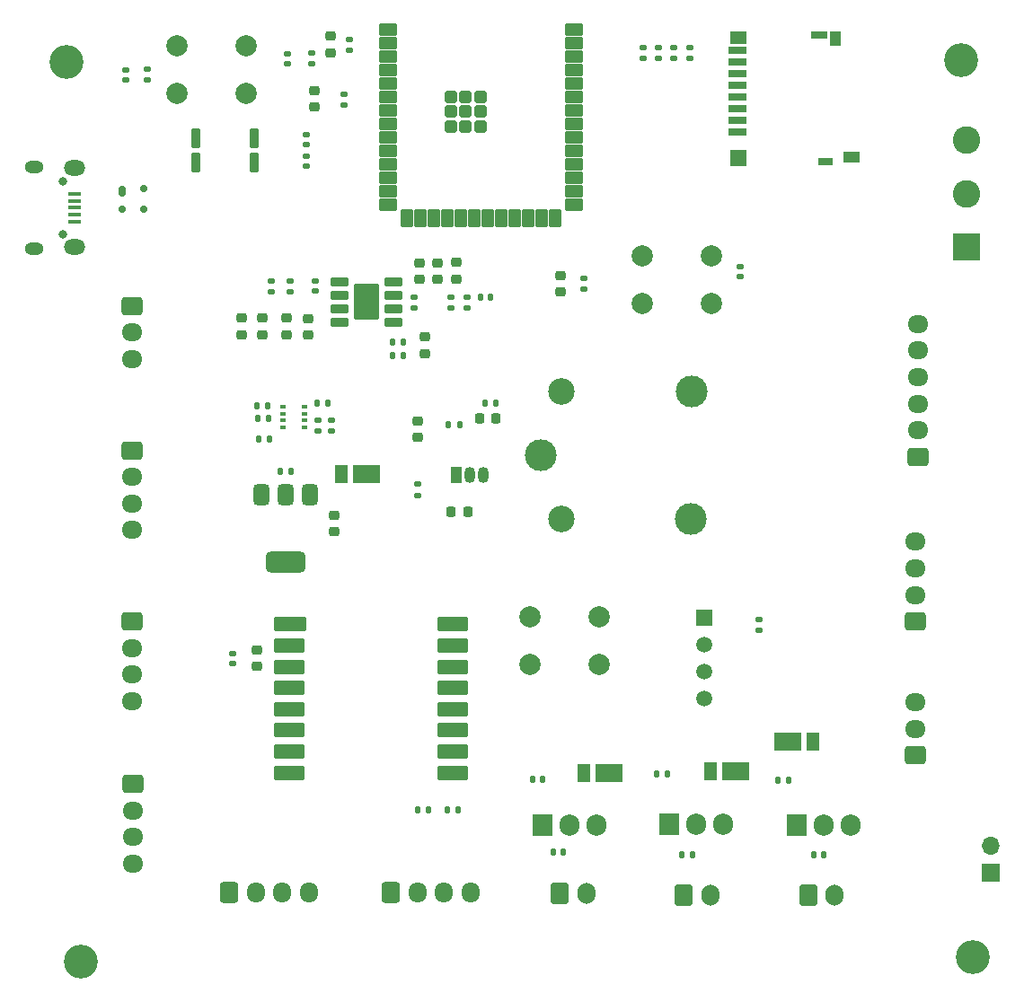
<source format=gbr>
%TF.GenerationSoftware,KiCad,Pcbnew,8.0.7*%
%TF.CreationDate,2025-02-15T14:18:59+03:00*%
%TF.ProjectId,IoT Edge Device V1,496f5420-4564-4676-9520-446576696365,rev?*%
%TF.SameCoordinates,Original*%
%TF.FileFunction,Soldermask,Top*%
%TF.FilePolarity,Negative*%
%FSLAX46Y46*%
G04 Gerber Fmt 4.6, Leading zero omitted, Abs format (unit mm)*
G04 Created by KiCad (PCBNEW 8.0.7) date 2025-02-15 14:18:59*
%MOMM*%
%LPD*%
G01*
G04 APERTURE LIST*
G04 Aperture macros list*
%AMRoundRect*
0 Rectangle with rounded corners*
0 $1 Rounding radius*
0 $2 $3 $4 $5 $6 $7 $8 $9 X,Y pos of 4 corners*
0 Add a 4 corners polygon primitive as box body*
4,1,4,$2,$3,$4,$5,$6,$7,$8,$9,$2,$3,0*
0 Add four circle primitives for the rounded corners*
1,1,$1+$1,$2,$3*
1,1,$1+$1,$4,$5*
1,1,$1+$1,$6,$7*
1,1,$1+$1,$8,$9*
0 Add four rect primitives between the rounded corners*
20,1,$1+$1,$2,$3,$4,$5,0*
20,1,$1+$1,$4,$5,$6,$7,0*
20,1,$1+$1,$6,$7,$8,$9,0*
20,1,$1+$1,$8,$9,$2,$3,0*%
G04 Aperture macros list end*
%ADD10RoundRect,0.140000X0.170000X-0.140000X0.170000X0.140000X-0.170000X0.140000X-0.170000X-0.140000X0*%
%ADD11RoundRect,0.218750X0.256250X-0.218750X0.256250X0.218750X-0.256250X0.218750X-0.256250X-0.218750X0*%
%ADD12RoundRect,0.135000X0.135000X0.185000X-0.135000X0.185000X-0.135000X-0.185000X0.135000X-0.185000X0*%
%ADD13RoundRect,0.102000X0.525000X0.750000X-0.525000X0.750000X-0.525000X-0.750000X0.525000X-0.750000X0*%
%ADD14RoundRect,0.102000X1.200000X0.750000X-1.200000X0.750000X-1.200000X-0.750000X1.200000X-0.750000X0*%
%ADD15RoundRect,0.140000X-0.140000X-0.170000X0.140000X-0.170000X0.140000X0.170000X-0.140000X0.170000X0*%
%ADD16RoundRect,0.218750X-0.256250X0.218750X-0.256250X-0.218750X0.256250X-0.218750X0.256250X0.218750X0*%
%ADD17C,3.200000*%
%ADD18RoundRect,0.250000X0.725000X-0.600000X0.725000X0.600000X-0.725000X0.600000X-0.725000X-0.600000X0*%
%ADD19O,1.950000X1.700000*%
%ADD20R,1.050000X1.500000*%
%ADD21O,1.050000X1.500000*%
%ADD22R,2.600000X2.600000*%
%ADD23C,2.600000*%
%ADD24RoundRect,0.102000X-0.750000X-0.450000X0.750000X-0.450000X0.750000X0.450000X-0.750000X0.450000X0*%
%ADD25RoundRect,0.102000X-0.450000X-0.750000X0.450000X-0.750000X0.450000X0.750000X-0.450000X0.750000X0*%
%ADD26RoundRect,0.102000X-0.450000X-0.450000X0.450000X-0.450000X0.450000X0.450000X-0.450000X0.450000X0*%
%ADD27RoundRect,0.102000X-1.400000X-0.550000X1.400000X-0.550000X1.400000X0.550000X-1.400000X0.550000X0*%
%ADD28RoundRect,0.102000X-1.300000X-0.550000X1.300000X-0.550000X1.300000X0.550000X-1.300000X0.550000X0*%
%ADD29RoundRect,0.140000X0.140000X0.170000X-0.140000X0.170000X-0.140000X-0.170000X0.140000X-0.170000X0*%
%ADD30O,0.800000X0.800000*%
%ADD31R,1.300000X0.450000*%
%ADD32O,1.800000X1.150000*%
%ADD33O,2.000000X1.450000*%
%ADD34RoundRect,0.250000X-0.600000X-0.750000X0.600000X-0.750000X0.600000X0.750000X-0.600000X0.750000X0*%
%ADD35O,1.700000X2.000000*%
%ADD36RoundRect,0.140000X-0.170000X0.140000X-0.170000X-0.140000X0.170000X-0.140000X0.170000X0.140000X0*%
%ADD37RoundRect,0.218750X-0.218750X-0.256250X0.218750X-0.256250X0.218750X0.256250X-0.218750X0.256250X0*%
%ADD38C,2.000000*%
%ADD39RoundRect,0.225000X-0.250000X0.225000X-0.250000X-0.225000X0.250000X-0.225000X0.250000X0.225000X0*%
%ADD40R,1.905000X2.000000*%
%ADD41O,1.905000X2.000000*%
%ADD42RoundRect,0.135000X0.185000X-0.135000X0.185000X0.135000X-0.185000X0.135000X-0.185000X-0.135000X0*%
%ADD43RoundRect,0.250000X-0.725000X0.600000X-0.725000X-0.600000X0.725000X-0.600000X0.725000X0.600000X0*%
%ADD44RoundRect,0.135000X-0.135000X-0.185000X0.135000X-0.185000X0.135000X0.185000X-0.135000X0.185000X0*%
%ADD45RoundRect,0.225000X0.250000X-0.225000X0.250000X0.225000X-0.250000X0.225000X-0.250000X-0.225000X0*%
%ADD46RoundRect,0.135000X-0.185000X0.135000X-0.185000X-0.135000X0.185000X-0.135000X0.185000X0.135000X0*%
%ADD47C,3.000000*%
%ADD48C,2.500000*%
%ADD49RoundRect,0.147500X-0.172500X0.147500X-0.172500X-0.147500X0.172500X-0.147500X0.172500X0.147500X0*%
%ADD50R,0.500000X0.350000*%
%ADD51RoundRect,0.102000X0.350000X0.800000X-0.350000X0.800000X-0.350000X-0.800000X0.350000X-0.800000X0*%
%ADD52R,1.750000X0.700000*%
%ADD53R,1.000000X1.450000*%
%ADD54R,1.550000X1.000000*%
%ADD55R,1.500000X0.800000*%
%ADD56R,1.500000X1.300000*%
%ADD57R,1.500000X1.500000*%
%ADD58R,1.400000X0.800000*%
%ADD59RoundRect,0.175000X-0.175000X-0.325000X0.175000X-0.325000X0.175000X0.325000X-0.175000X0.325000X0*%
%ADD60RoundRect,0.150000X-0.200000X-0.150000X0.200000X-0.150000X0.200000X0.150000X-0.200000X0.150000X0*%
%ADD61RoundRect,0.102000X-0.525000X-0.750000X0.525000X-0.750000X0.525000X0.750000X-0.525000X0.750000X0*%
%ADD62RoundRect,0.102000X-1.200000X-0.750000X1.200000X-0.750000X1.200000X0.750000X-1.200000X0.750000X0*%
%ADD63RoundRect,0.250000X-0.600000X-0.725000X0.600000X-0.725000X0.600000X0.725000X-0.600000X0.725000X0*%
%ADD64O,1.700000X1.950000*%
%ADD65R,1.700000X1.700000*%
%ADD66O,1.700000X1.700000*%
%ADD67RoundRect,0.375000X-0.375000X0.625000X-0.375000X-0.625000X0.375000X-0.625000X0.375000X0.625000X0*%
%ADD68RoundRect,0.500000X-1.400000X0.500000X-1.400000X-0.500000X1.400000X-0.500000X1.400000X0.500000X0*%
%ADD69RoundRect,0.233280X-0.631220X-0.198720X0.631220X-0.198720X0.631220X0.198720X-0.631220X0.198720X0*%
%ADD70RoundRect,0.102000X-1.105000X-1.550000X1.105000X-1.550000X1.105000X1.550000X-1.105000X1.550000X0*%
%ADD71C,1.500000*%
%ADD72RoundRect,0.218750X0.218750X0.256250X-0.218750X0.256250X-0.218750X-0.256250X0.218750X-0.256250X0*%
G04 APERTURE END LIST*
D10*
%TO.C,C17*%
X123264000Y-72175000D03*
X123264000Y-71215000D03*
%TD*%
D11*
%TO.C,D10*%
X120588000Y-76316500D03*
X120588000Y-74741500D03*
%TD*%
D12*
%TO.C,R19*%
X118822000Y-83024000D03*
X117802000Y-83024000D03*
%TD*%
D10*
%TO.C,C6*%
X122428000Y-58392000D03*
X122428000Y-57432000D03*
%TD*%
D13*
%TO.C,D5*%
X160527000Y-117475000D03*
D14*
X162902000Y-117475000D03*
%TD*%
D15*
%TO.C,C22*%
X138858000Y-72779000D03*
X139818000Y-72779000D03*
%TD*%
%TO.C,C4*%
X120029000Y-89228000D03*
X120989000Y-89228000D03*
%TD*%
D16*
%TO.C,D9*%
X118338000Y-74741500D03*
X118338000Y-76316500D03*
%TD*%
D17*
%TO.C,H1*%
X99822000Y-50546000D03*
%TD*%
D18*
%TO.C,J7*%
X179832000Y-103338000D03*
D19*
X179832000Y-100838000D03*
X179832000Y-98338000D03*
X179832000Y-95838000D03*
%TD*%
D20*
%TO.C,Q1*%
X136614000Y-89534000D03*
D21*
X137884000Y-89534000D03*
X139154000Y-89534000D03*
%TD*%
D22*
%TO.C,J16*%
X184709000Y-67992000D03*
D23*
X184709000Y-62992000D03*
X184709000Y-57992000D03*
%TD*%
D10*
%TO.C,C9*%
X105409500Y-52271500D03*
X105409500Y-51311500D03*
%TD*%
D24*
%TO.C,X1*%
X130187500Y-47547500D03*
X130187500Y-48817500D03*
X130187500Y-50087500D03*
X130187500Y-51357500D03*
X130187500Y-52627500D03*
X130187500Y-53897500D03*
X130187500Y-55167500D03*
X130187500Y-56437500D03*
X130187500Y-57707500D03*
X130187500Y-58977500D03*
X130187500Y-60247500D03*
X130187500Y-61517500D03*
X130187500Y-62787500D03*
X130187500Y-64057500D03*
D25*
X131952500Y-65307500D03*
X133222500Y-65307500D03*
X134492500Y-65307500D03*
X135762500Y-65307500D03*
X137032500Y-65307500D03*
X138302500Y-65307500D03*
X139572500Y-65307500D03*
X140842500Y-65307500D03*
X142112500Y-65307500D03*
X143382500Y-65307500D03*
X144652500Y-65307500D03*
X145922500Y-65307500D03*
D24*
X147687500Y-64057500D03*
X147687500Y-62787500D03*
X147687500Y-61517500D03*
X147687500Y-60247500D03*
X147687500Y-58977500D03*
X147687500Y-57707500D03*
X147687500Y-56437500D03*
X147687500Y-55167500D03*
X147687500Y-53897500D03*
X147687500Y-52627500D03*
X147687500Y-51357500D03*
X147687500Y-50087500D03*
X147687500Y-48817500D03*
X147687500Y-47547500D03*
D26*
X137437500Y-55267500D03*
X137437500Y-53867500D03*
X136037500Y-53867500D03*
X136037500Y-55267500D03*
X136037500Y-56667500D03*
X137437500Y-56667500D03*
X138837500Y-56667500D03*
X138837500Y-55267500D03*
X138837500Y-53867500D03*
%TD*%
D27*
%TO.C,U6*%
X120920500Y-103617000D03*
D28*
X120820500Y-105617000D03*
X120820500Y-107617000D03*
X120820500Y-109617000D03*
X120820500Y-111617000D03*
X120820500Y-113617000D03*
X120820500Y-115617000D03*
X120820500Y-117617000D03*
X136220500Y-117617000D03*
X136220500Y-115617000D03*
X136220500Y-113617000D03*
X136220500Y-111617000D03*
X136220500Y-109617000D03*
X136220500Y-107617000D03*
X136220500Y-105617000D03*
X136220500Y-103617000D03*
%TD*%
D17*
%TO.C,H2*%
X101219000Y-135382000D03*
%TD*%
D29*
%TO.C,C11*%
X144752000Y-118237000D03*
X143792000Y-118237000D03*
%TD*%
D30*
%TO.C,J1*%
X99525000Y-61835000D03*
X99525000Y-66835000D03*
D31*
X100625000Y-63035000D03*
X100625000Y-63685000D03*
X100625000Y-64335000D03*
X100625000Y-64985000D03*
X100625000Y-65635000D03*
D32*
X96775000Y-60460000D03*
D33*
X100575000Y-60610000D03*
X100575000Y-68060000D03*
D32*
X96775000Y-68210000D03*
%TD*%
D34*
%TO.C,J13*%
X169746000Y-129195000D03*
D35*
X172246000Y-129195000D03*
%TD*%
D36*
%TO.C,C8*%
X163322000Y-69850000D03*
X163322000Y-70810000D03*
%TD*%
D34*
%TO.C,J11*%
X146324000Y-129011000D03*
D35*
X148824000Y-129011000D03*
%TD*%
D29*
%TO.C,C13*%
X156464000Y-117729000D03*
X155504000Y-117729000D03*
%TD*%
D11*
%TO.C,D13*%
X123231500Y-54855500D03*
X123231500Y-53280500D03*
%TD*%
D37*
%TO.C,D16*%
X138746500Y-84224000D03*
X140321500Y-84224000D03*
%TD*%
D38*
%TO.C,SW1*%
X160603000Y-73370000D03*
X154103000Y-73370000D03*
X160603000Y-68870000D03*
X154103000Y-68870000D03*
%TD*%
D10*
%TO.C,C24*%
X115522500Y-107303000D03*
X115522500Y-106343000D03*
%TD*%
D39*
%TO.C,C20*%
X136588000Y-69504000D03*
X136588000Y-71054000D03*
%TD*%
D13*
%TO.C,D4*%
X148628000Y-117602000D03*
D14*
X151003000Y-117602000D03*
%TD*%
D18*
%TO.C,J2*%
X180086000Y-87804000D03*
D19*
X180086000Y-85304000D03*
X180086000Y-82804000D03*
X180086000Y-80304000D03*
X180086000Y-77804000D03*
X180086000Y-75304000D03*
%TD*%
D40*
%TO.C,U4*%
X168656000Y-122555000D03*
D41*
X171196000Y-122555000D03*
X173736000Y-122555000D03*
%TD*%
D42*
%TO.C,R17*%
X132969000Y-91440000D03*
X132969000Y-90420000D03*
%TD*%
D43*
%TO.C,J8*%
X106066000Y-118678000D03*
D19*
X106066000Y-121178000D03*
X106066000Y-123678000D03*
X106066000Y-126178000D03*
%TD*%
D42*
%TO.C,R6*%
X120888000Y-72234000D03*
X120888000Y-71214000D03*
%TD*%
D44*
%TO.C,R18*%
X135864000Y-84774000D03*
X136884000Y-84774000D03*
%TD*%
D45*
%TO.C,C1*%
X124706500Y-49700500D03*
X124706500Y-48150500D03*
%TD*%
D46*
%TO.C,R1*%
X148590000Y-70989000D03*
X148590000Y-72009000D03*
%TD*%
D47*
%TO.C,K1*%
X144535000Y-87630000D03*
D48*
X146485000Y-93680000D03*
D47*
X158685000Y-93680000D03*
X158735000Y-81630000D03*
D48*
X146485000Y-81680000D03*
%TD*%
D13*
%TO.C,D6*%
X125730000Y-89408000D03*
D14*
X128105000Y-89408000D03*
%TD*%
D46*
%TO.C,R12*%
X155662000Y-49257500D03*
X155662000Y-50277500D03*
%TD*%
D49*
%TO.C,L1*%
X132588000Y-72794000D03*
X132588000Y-73764000D03*
%TD*%
D15*
%TO.C,C12*%
X157878000Y-125349000D03*
X158838000Y-125349000D03*
%TD*%
D42*
%TO.C,R2*%
X122935500Y-50777500D03*
X122935500Y-49757500D03*
%TD*%
D50*
%TO.C,U8*%
X120260000Y-85049000D03*
X120260000Y-84399000D03*
X120260000Y-83749000D03*
X120260000Y-83099000D03*
X122310000Y-83099000D03*
X122310000Y-83749000D03*
X122310000Y-84399000D03*
X122310000Y-85049000D03*
%TD*%
D12*
%TO.C,R22*%
X124500000Y-82725000D03*
X123480000Y-82725000D03*
%TD*%
D45*
%TO.C,C23*%
X117772500Y-107598000D03*
X117772500Y-106048000D03*
%TD*%
D11*
%TO.C,D8*%
X116338000Y-76316500D03*
X116338000Y-74741500D03*
%TD*%
D38*
%TO.C,SW2*%
X110287500Y-49033500D03*
X116787500Y-49033500D03*
X110287500Y-53533500D03*
X116787500Y-53533500D03*
%TD*%
D16*
%TO.C,D14*%
X132984000Y-84424000D03*
X132984000Y-85999000D03*
%TD*%
D10*
%TO.C,C26*%
X124785000Y-85354000D03*
X124785000Y-84394000D03*
%TD*%
D43*
%TO.C,J4*%
X105999500Y-87212500D03*
D19*
X105999500Y-89712500D03*
X105999500Y-92212500D03*
X105999500Y-94712500D03*
%TD*%
D40*
%TO.C,U2*%
X144729000Y-122528000D03*
D41*
X147269000Y-122528000D03*
X149809000Y-122528000D03*
%TD*%
D46*
%TO.C,R3*%
X107441500Y-51281500D03*
X107441500Y-52301500D03*
%TD*%
D51*
%TO.C,Y1*%
X117558000Y-57778000D03*
X112058000Y-57778000D03*
X112058000Y-60078000D03*
X117558000Y-60078000D03*
%TD*%
D12*
%TO.C,R20*%
X118872000Y-84174000D03*
X117852000Y-84174000D03*
%TD*%
D36*
%TO.C,C16*%
X119110000Y-71272000D03*
X119110000Y-72232000D03*
%TD*%
D16*
%TO.C,D12*%
X133588000Y-76491500D03*
X133588000Y-78066500D03*
%TD*%
D52*
%TO.C,J15*%
X163052000Y-57202500D03*
X163052000Y-56102500D03*
X163052000Y-55002500D03*
X163052000Y-53902500D03*
X163052000Y-52802500D03*
X163052000Y-51702500D03*
X163052000Y-50602500D03*
X163052000Y-49502500D03*
D53*
X172277000Y-48377500D03*
D54*
X173852000Y-59602500D03*
D55*
X170777000Y-48052500D03*
D56*
X163177000Y-48302500D03*
D57*
X163177000Y-59652500D03*
D58*
X171427000Y-60002500D03*
%TD*%
D18*
%TO.C,J6*%
X179864000Y-115970000D03*
D19*
X179864000Y-113470000D03*
X179864000Y-110970000D03*
%TD*%
D10*
%TO.C,C25*%
X123535000Y-85354000D03*
X123535000Y-84394000D03*
%TD*%
D39*
%TO.C,C18*%
X133088000Y-69529000D03*
X133088000Y-71079000D03*
%TD*%
D12*
%TO.C,R5*%
X136792000Y-121155000D03*
X135772000Y-121155000D03*
%TD*%
D46*
%TO.C,R7*%
X137588000Y-72769000D03*
X137588000Y-73789000D03*
%TD*%
D40*
%TO.C,U3*%
X156658000Y-122469000D03*
D41*
X159198000Y-122469000D03*
X161738000Y-122469000D03*
%TD*%
D42*
%TO.C,R10*%
X165093000Y-104190000D03*
X165093000Y-103170000D03*
%TD*%
D10*
%TO.C,C2*%
X126506500Y-49450500D03*
X126506500Y-48490500D03*
%TD*%
D12*
%TO.C,R16*%
X140344000Y-82724000D03*
X139324000Y-82724000D03*
%TD*%
D46*
%TO.C,R14*%
X158562000Y-49257500D03*
X158562000Y-50277500D03*
%TD*%
D36*
%TO.C,C7*%
X122428000Y-59464000D03*
X122428000Y-60424000D03*
%TD*%
D16*
%TO.C,D1*%
X146390000Y-70724000D03*
X146390000Y-72299000D03*
%TD*%
D15*
%TO.C,C14*%
X170256000Y-125355000D03*
X171216000Y-125355000D03*
%TD*%
D34*
%TO.C,J12*%
X158028000Y-129159000D03*
D35*
X160528000Y-129159000D03*
%TD*%
D59*
%TO.C,D2*%
X105097500Y-62737500D03*
D60*
X105097500Y-64437500D03*
X107097500Y-64437500D03*
X107097500Y-62537500D03*
%TD*%
D46*
%TO.C,R15*%
X125981500Y-53605500D03*
X125981500Y-54625500D03*
%TD*%
%TO.C,R11*%
X154162000Y-49257500D03*
X154162000Y-50277500D03*
%TD*%
D61*
%TO.C,D7*%
X170181000Y-114681000D03*
D62*
X167806000Y-114681000D03*
%TD*%
D43*
%TO.C,J10*%
X106049500Y-73587500D03*
D19*
X106049500Y-76087500D03*
X106049500Y-78587500D03*
%TD*%
D10*
%TO.C,C21*%
X136088000Y-73759000D03*
X136088000Y-72799000D03*
%TD*%
D36*
%TO.C,C3*%
X120649500Y-49787500D03*
X120649500Y-50747500D03*
%TD*%
D63*
%TO.C,J5*%
X115182000Y-128905000D03*
D64*
X117682000Y-128905000D03*
X120182000Y-128905000D03*
X122682000Y-128905000D03*
%TD*%
D65*
%TO.C,J14*%
X186944000Y-127000000D03*
D66*
X186944000Y-124460000D03*
%TD*%
D16*
%TO.C,D11*%
X122588000Y-74779000D03*
X122588000Y-76354000D03*
%TD*%
D12*
%TO.C,R21*%
X118965000Y-86124000D03*
X117945000Y-86124000D03*
%TD*%
D43*
%TO.C,J3*%
X106049500Y-103362500D03*
D19*
X106049500Y-105862500D03*
X106049500Y-108362500D03*
X106049500Y-110862500D03*
%TD*%
D67*
%TO.C,U1*%
X122809000Y-91412000D03*
X120509000Y-91412000D03*
D68*
X120509000Y-97712000D03*
D67*
X118209000Y-91412000D03*
%TD*%
D15*
%TO.C,C10*%
X145694000Y-125095000D03*
X146654000Y-125095000D03*
%TD*%
D63*
%TO.C,J9*%
X130422000Y-128905000D03*
D64*
X132922000Y-128905000D03*
X135422000Y-128905000D03*
X137922000Y-128905000D03*
%TD*%
D38*
%TO.C,SW3*%
X143562000Y-102906000D03*
X150062000Y-102906000D03*
X143562000Y-107406000D03*
X150062000Y-107406000D03*
%TD*%
D69*
%TO.C,U5*%
X125603000Y-71297800D03*
X125603000Y-72567800D03*
X125603000Y-73837800D03*
X125603000Y-75107800D03*
X130683000Y-75107800D03*
X130683000Y-73837800D03*
X130683000Y-72567800D03*
X130683000Y-71297800D03*
D70*
X128143000Y-73202800D03*
%TD*%
D12*
%TO.C,R4*%
X133992000Y-121155000D03*
X132972000Y-121155000D03*
%TD*%
D39*
%TO.C,C19*%
X134838000Y-69529000D03*
X134838000Y-71079000D03*
%TD*%
D46*
%TO.C,R13*%
X157062000Y-49257500D03*
X157062000Y-50277500D03*
%TD*%
D57*
%TO.C,U7*%
X159990500Y-102967500D03*
D71*
X159990500Y-105507500D03*
X159990500Y-108047500D03*
X159990500Y-110587500D03*
%TD*%
D45*
%TO.C,C5*%
X125095000Y-94869000D03*
X125095000Y-93319000D03*
%TD*%
D29*
%TO.C,C15*%
X167896000Y-118280000D03*
X166936000Y-118280000D03*
%TD*%
D44*
%TO.C,R8*%
X130578000Y-77029000D03*
X131598000Y-77029000D03*
%TD*%
D17*
%TO.C,H4*%
X185293000Y-135001000D03*
%TD*%
D72*
%TO.C,D15*%
X137668000Y-92964000D03*
X136093000Y-92964000D03*
%TD*%
D44*
%TO.C,R9*%
X130578000Y-78279000D03*
X131598000Y-78279000D03*
%TD*%
D17*
%TO.C,H3*%
X184150000Y-50419000D03*
%TD*%
M02*

</source>
